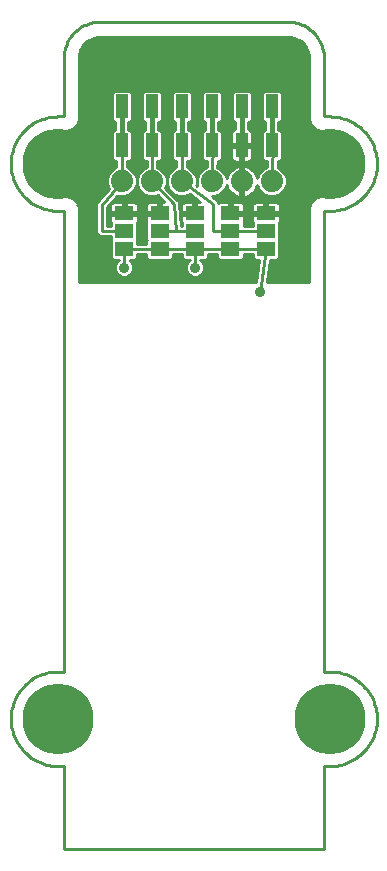
<source format=gtl>
G75*
%MOIN*%
%OFA0B0*%
%FSLAX24Y24*%
%IPPOS*%
%LPD*%
%AMOC8*
5,1,8,0,0,1.08239X$1,22.5*
%
%ADD10C,0.0100*%
%ADD11R,0.0630X0.0460*%
%ADD12C,0.0740*%
%ADD13C,0.0160*%
%ADD14R,0.0394X0.0787*%
%ADD15C,0.2362*%
%ADD16C,0.0357*%
D10*
X002315Y003693D02*
X002512Y003693D01*
X002512Y000937D01*
X011174Y000937D01*
X011174Y003693D01*
X011370Y003693D01*
X011449Y003695D01*
X011527Y003701D01*
X011605Y003711D01*
X011682Y003724D01*
X011759Y003742D01*
X011834Y003763D01*
X011909Y003788D01*
X011982Y003817D01*
X012053Y003849D01*
X012123Y003885D01*
X012191Y003924D01*
X012257Y003967D01*
X012321Y004013D01*
X012382Y004061D01*
X012441Y004113D01*
X012497Y004168D01*
X012551Y004226D01*
X012601Y004286D01*
X012649Y004349D01*
X012693Y004413D01*
X012734Y004481D01*
X012772Y004549D01*
X012806Y004620D01*
X012836Y004693D01*
X012863Y004766D01*
X012886Y004841D01*
X012906Y004918D01*
X012921Y004995D01*
X012933Y005072D01*
X012941Y005150D01*
X012945Y005229D01*
X012945Y005307D01*
X012941Y005386D01*
X012933Y005464D01*
X012921Y005541D01*
X012906Y005618D01*
X012886Y005695D01*
X012863Y005770D01*
X012836Y005843D01*
X012806Y005916D01*
X012772Y005987D01*
X012734Y006056D01*
X012693Y006123D01*
X012649Y006187D01*
X012601Y006250D01*
X012551Y006310D01*
X012497Y006368D01*
X012441Y006423D01*
X012382Y006475D01*
X012321Y006523D01*
X012257Y006569D01*
X012191Y006612D01*
X012123Y006651D01*
X012053Y006687D01*
X011982Y006719D01*
X011909Y006748D01*
X011834Y006773D01*
X011759Y006794D01*
X011682Y006812D01*
X011605Y006825D01*
X011527Y006835D01*
X011449Y006841D01*
X011370Y006843D01*
X011174Y006843D01*
X011174Y022197D01*
X011370Y022197D01*
X011370Y022697D02*
X011074Y022697D01*
X010890Y022621D01*
X010750Y022480D01*
X010674Y022297D01*
X010674Y019835D01*
X009277Y019835D01*
X009377Y020568D01*
X009613Y020568D01*
X009689Y020644D01*
X009689Y021212D01*
X009673Y021228D01*
X009689Y021244D01*
X009689Y021812D01*
X009685Y021816D01*
X009699Y021840D01*
X009709Y021878D01*
X009709Y022078D01*
X009294Y022078D01*
X009294Y022178D01*
X009194Y022178D01*
X009194Y022078D01*
X008779Y022078D01*
X008779Y021878D01*
X008790Y021840D01*
X008804Y021816D01*
X008799Y021812D01*
X008799Y021708D01*
X008508Y021708D01*
X008508Y021812D01*
X008504Y021816D01*
X008518Y021840D01*
X008528Y021878D01*
X008528Y022078D01*
X008113Y022078D01*
X008113Y022178D01*
X008013Y022178D01*
X008013Y022508D01*
X007729Y022508D01*
X007690Y022498D01*
X007656Y022478D01*
X007653Y022475D01*
X007653Y022508D01*
X007641Y022519D01*
X007639Y022535D01*
X007590Y022571D01*
X007547Y022613D01*
X007531Y022613D01*
X007437Y022681D01*
X007541Y022681D01*
X007725Y022758D01*
X007865Y022898D01*
X007934Y023063D01*
X007934Y023060D01*
X007959Y022982D01*
X007997Y022909D01*
X008045Y022843D01*
X008103Y022785D01*
X008169Y022737D01*
X008242Y022700D01*
X008320Y022674D01*
X008391Y022663D01*
X008391Y023131D01*
X008491Y023131D01*
X008491Y022663D01*
X008563Y022674D01*
X008641Y022700D01*
X008714Y022737D01*
X008780Y022785D01*
X008838Y022843D01*
X008886Y022909D01*
X008923Y022982D01*
X008949Y023060D01*
X008949Y023063D01*
X009017Y022898D01*
X009158Y022758D01*
X009342Y022681D01*
X009541Y022681D01*
X009725Y022758D01*
X009865Y022898D01*
X009941Y023082D01*
X009941Y023281D01*
X009865Y023465D01*
X009725Y023605D01*
X009633Y023643D01*
X009639Y023859D01*
X009692Y023859D01*
X009768Y023935D01*
X009768Y024830D01*
X009692Y024906D01*
X009653Y024906D01*
X009651Y024950D01*
X009651Y025158D01*
X009692Y025158D01*
X009768Y025234D01*
X009768Y026129D01*
X009692Y026205D01*
X009191Y026205D01*
X009114Y026129D01*
X009114Y025234D01*
X009191Y025158D01*
X009231Y025158D01*
X009231Y024906D01*
X009191Y024906D01*
X009114Y024830D01*
X009114Y023935D01*
X009191Y023859D01*
X009279Y023859D01*
X009273Y023653D01*
X009158Y023605D01*
X009017Y023465D01*
X008949Y023300D01*
X008949Y023303D01*
X008923Y023381D01*
X008886Y023454D01*
X008838Y023520D01*
X008780Y023578D01*
X008714Y023626D01*
X008641Y023663D01*
X008563Y023689D01*
X008491Y023700D01*
X008491Y023232D01*
X008391Y023232D01*
X008391Y023700D01*
X008320Y023689D01*
X008242Y023663D01*
X008169Y023626D01*
X008103Y023578D01*
X008045Y023520D01*
X007997Y023454D01*
X007959Y023381D01*
X007934Y023303D01*
X007934Y023300D01*
X007865Y023465D01*
X007725Y023605D01*
X007631Y023644D01*
X007635Y023859D01*
X007692Y023859D01*
X007768Y023935D01*
X007768Y024830D01*
X007692Y024906D01*
X007651Y024906D01*
X007651Y025158D01*
X007692Y025158D01*
X007768Y025234D01*
X007768Y026129D01*
X007692Y026205D01*
X007191Y026205D01*
X007114Y026129D01*
X007114Y025234D01*
X007191Y025158D01*
X007231Y025158D01*
X007231Y024906D01*
X007191Y024906D01*
X007114Y024830D01*
X007114Y023935D01*
X007191Y023859D01*
X007275Y023859D01*
X007271Y023652D01*
X007158Y023605D01*
X007017Y023465D01*
X006941Y023281D01*
X006865Y023465D01*
X006725Y023605D01*
X006621Y023648D01*
X006621Y023859D01*
X006692Y023859D01*
X006768Y023935D01*
X006768Y024830D01*
X006692Y024906D01*
X006651Y024906D01*
X006651Y025158D01*
X006692Y025158D01*
X006768Y025234D01*
X006768Y026129D01*
X006692Y026205D01*
X006191Y026205D01*
X006114Y026129D01*
X006114Y025234D01*
X006191Y025158D01*
X006231Y025158D01*
X006231Y024906D01*
X006191Y024906D01*
X006114Y024830D01*
X006114Y023935D01*
X006191Y023859D01*
X006261Y023859D01*
X006261Y023648D01*
X006158Y023605D01*
X006017Y023465D01*
X005941Y023281D01*
X005865Y023465D01*
X005725Y023605D01*
X005628Y023645D01*
X005632Y023859D01*
X005692Y023859D01*
X005768Y023935D01*
X005768Y024830D01*
X005692Y024906D01*
X005651Y024906D01*
X005651Y025158D01*
X005692Y025158D01*
X005768Y025234D01*
X005768Y026129D01*
X005692Y026205D01*
X005191Y026205D01*
X005114Y026129D01*
X005114Y025234D01*
X005191Y025158D01*
X005231Y025158D01*
X005231Y024906D01*
X005191Y024906D01*
X005114Y024830D01*
X005114Y023935D01*
X005191Y023859D01*
X005271Y023859D01*
X005268Y023651D01*
X005158Y023605D01*
X005017Y023465D01*
X004941Y023281D01*
X004865Y023465D01*
X004725Y023605D01*
X004621Y023648D01*
X004621Y023859D01*
X004692Y023859D01*
X004768Y023935D01*
X004768Y024830D01*
X004692Y024906D01*
X004651Y024906D01*
X004651Y025158D01*
X004692Y025158D01*
X004768Y025234D01*
X004768Y026129D01*
X004692Y026205D01*
X004191Y026205D01*
X004114Y026129D01*
X004114Y025234D01*
X004191Y025158D01*
X004231Y025158D01*
X004231Y024906D01*
X004191Y024906D01*
X004114Y024830D01*
X004114Y023935D01*
X004191Y023859D01*
X004261Y023859D01*
X004261Y023648D01*
X004158Y023605D01*
X004017Y023465D01*
X003941Y023281D01*
X003941Y023082D01*
X004000Y022940D01*
X003640Y022516D01*
X003592Y022469D01*
X003592Y022460D01*
X003587Y022454D01*
X003592Y022387D01*
X003592Y021453D01*
X003697Y021348D01*
X004075Y021348D01*
X004075Y021244D01*
X004091Y021228D01*
X004075Y021212D01*
X004075Y020644D01*
X004151Y020568D01*
X004340Y020568D01*
X004340Y020564D01*
X004259Y020482D01*
X004212Y020369D01*
X004212Y020246D01*
X004259Y020133D01*
X004345Y020046D01*
X004459Y019999D01*
X004581Y019999D01*
X004695Y020046D01*
X004782Y020133D01*
X004829Y020246D01*
X004829Y020369D01*
X004782Y020482D01*
X004700Y020564D01*
X004700Y020568D01*
X004889Y020568D01*
X004965Y020644D01*
X004965Y020748D01*
X005256Y020748D01*
X005256Y020644D01*
X005332Y020568D01*
X006070Y020568D01*
X006146Y020644D01*
X006146Y020748D01*
X006437Y020748D01*
X006437Y020644D01*
X006513Y020568D01*
X006702Y020568D01*
X006702Y020564D01*
X006621Y020482D01*
X006574Y020369D01*
X006574Y020246D01*
X006621Y020133D01*
X006708Y020046D01*
X006821Y019999D01*
X006944Y019999D01*
X007057Y020046D01*
X007144Y020133D01*
X007191Y020246D01*
X007191Y020369D01*
X007144Y020482D01*
X007062Y020564D01*
X007062Y020568D01*
X007251Y020568D01*
X007327Y020644D01*
X007327Y020748D01*
X007618Y020748D01*
X007618Y020644D01*
X007695Y020568D01*
X008432Y020568D01*
X008508Y020644D01*
X008508Y020748D01*
X008799Y020748D01*
X008799Y020644D01*
X008876Y020568D01*
X009014Y020568D01*
X008914Y019835D01*
X003012Y019835D01*
X003012Y022297D01*
X002936Y022480D01*
X002795Y022621D01*
X002612Y022697D01*
X002315Y022697D01*
X002175Y022706D01*
X001904Y022779D01*
X001661Y022919D01*
X001463Y023118D01*
X001322Y023361D01*
X001250Y023632D01*
X001250Y023912D01*
X001322Y024183D01*
X001463Y024426D01*
X001661Y024625D01*
X001904Y024765D01*
X002175Y024838D01*
X002315Y024847D01*
X002612Y024847D01*
X002795Y024923D01*
X002936Y025064D01*
X003012Y025247D01*
X003012Y027315D01*
X003018Y027404D01*
X003064Y027576D01*
X003153Y027730D01*
X003279Y027856D01*
X003433Y027945D01*
X003604Y027991D01*
X003693Y027996D01*
X009993Y027996D01*
X010081Y027991D01*
X010253Y027945D01*
X010407Y027856D01*
X010533Y027730D01*
X010622Y027576D01*
X010668Y027404D01*
X010674Y027315D01*
X010674Y025247D01*
X010750Y025064D01*
X010890Y024923D01*
X011074Y024847D01*
X011370Y024847D01*
X011511Y024838D01*
X011782Y024765D01*
X012025Y024625D01*
X012223Y024426D01*
X012363Y024183D01*
X012436Y023912D01*
X012436Y023632D01*
X012363Y023361D01*
X012223Y023118D01*
X012025Y022919D01*
X011782Y022779D01*
X011511Y022706D01*
X011370Y022697D01*
X011503Y022706D02*
X009600Y022706D01*
X009771Y022804D02*
X011826Y022804D01*
X011996Y022903D02*
X009867Y022903D01*
X009908Y023001D02*
X012107Y023001D01*
X012205Y023100D02*
X009941Y023100D01*
X009941Y023198D02*
X012270Y023198D01*
X012327Y023297D02*
X009935Y023297D01*
X009894Y023395D02*
X012373Y023395D01*
X012399Y023494D02*
X009836Y023494D01*
X009737Y023592D02*
X012426Y023592D01*
X012436Y023691D02*
X009634Y023691D01*
X009637Y023789D02*
X012436Y023789D01*
X012436Y023888D02*
X009721Y023888D01*
X009768Y023986D02*
X012416Y023986D01*
X012390Y024085D02*
X009768Y024085D01*
X009768Y024183D02*
X012363Y024183D01*
X012307Y024282D02*
X009768Y024282D01*
X009768Y024380D02*
X012250Y024380D01*
X012171Y024479D02*
X009768Y024479D01*
X009768Y024577D02*
X012072Y024577D01*
X011936Y024676D02*
X009768Y024676D01*
X009768Y024774D02*
X011747Y024774D01*
X011370Y025347D02*
X011174Y025347D01*
X011174Y027315D01*
X010672Y027335D02*
X003014Y027335D01*
X003012Y027237D02*
X010674Y027237D01*
X010674Y027138D02*
X003012Y027138D01*
X003012Y027040D02*
X010674Y027040D01*
X010674Y026941D02*
X003012Y026941D01*
X003012Y026843D02*
X010674Y026843D01*
X010674Y026744D02*
X003012Y026744D01*
X003012Y026646D02*
X010674Y026646D01*
X010674Y026547D02*
X003012Y026547D01*
X003012Y026449D02*
X010674Y026449D01*
X010674Y026350D02*
X003012Y026350D01*
X003012Y026252D02*
X010674Y026252D01*
X010674Y026153D02*
X009744Y026153D01*
X009768Y026055D02*
X010674Y026055D01*
X010674Y025956D02*
X009768Y025956D01*
X009768Y025858D02*
X010674Y025858D01*
X010674Y025759D02*
X009768Y025759D01*
X009768Y025661D02*
X010674Y025661D01*
X010674Y025562D02*
X009768Y025562D01*
X009768Y025464D02*
X010674Y025464D01*
X010674Y025365D02*
X009768Y025365D01*
X009768Y025267D02*
X010674Y025267D01*
X010706Y025168D02*
X009703Y025168D01*
X009651Y025070D02*
X010747Y025070D01*
X010842Y024971D02*
X009651Y024971D01*
X009725Y024873D02*
X011011Y024873D01*
X011370Y025347D02*
X011449Y025345D01*
X011527Y025339D01*
X011605Y025329D01*
X011682Y025316D01*
X011759Y025298D01*
X011834Y025277D01*
X011909Y025252D01*
X011982Y025223D01*
X012053Y025191D01*
X012123Y025155D01*
X012191Y025116D01*
X012257Y025073D01*
X012321Y025027D01*
X012382Y024979D01*
X012441Y024927D01*
X012497Y024872D01*
X012551Y024814D01*
X012601Y024754D01*
X012649Y024691D01*
X012693Y024627D01*
X012734Y024560D01*
X012772Y024491D01*
X012806Y024420D01*
X012836Y024347D01*
X012863Y024274D01*
X012886Y024199D01*
X012906Y024122D01*
X012921Y024045D01*
X012933Y023968D01*
X012941Y023890D01*
X012945Y023811D01*
X012945Y023733D01*
X012941Y023654D01*
X012933Y023576D01*
X012921Y023499D01*
X012906Y023422D01*
X012886Y023345D01*
X012863Y023270D01*
X012836Y023197D01*
X012806Y023124D01*
X012772Y023053D01*
X012734Y022985D01*
X012693Y022917D01*
X012649Y022853D01*
X012601Y022790D01*
X012551Y022730D01*
X012497Y022672D01*
X012441Y022617D01*
X012382Y022565D01*
X012321Y022517D01*
X012257Y022471D01*
X012191Y022428D01*
X012123Y022389D01*
X012053Y022353D01*
X011982Y022321D01*
X011909Y022292D01*
X011834Y022267D01*
X011759Y022246D01*
X011682Y022228D01*
X011605Y022215D01*
X011527Y022205D01*
X011449Y022199D01*
X011370Y022197D01*
X010877Y022607D02*
X007553Y022607D01*
X007600Y022706D02*
X008229Y022706D01*
X008391Y022706D02*
X008491Y022706D01*
X008491Y022804D02*
X008391Y022804D01*
X008391Y022903D02*
X008491Y022903D01*
X008491Y023001D02*
X008391Y023001D01*
X008391Y023100D02*
X008491Y023100D01*
X008491Y023297D02*
X008391Y023297D01*
X008391Y023395D02*
X008491Y023395D01*
X008491Y023494D02*
X008391Y023494D01*
X008391Y023592D02*
X008491Y023592D01*
X008491Y023691D02*
X008391Y023691D01*
X008334Y023691D02*
X007632Y023691D01*
X007634Y023789D02*
X009277Y023789D01*
X009274Y023691D02*
X008549Y023691D01*
X008490Y023839D02*
X008658Y023839D01*
X008696Y023849D01*
X008730Y023869D01*
X008758Y023896D01*
X008778Y023931D01*
X008788Y023969D01*
X008788Y024334D01*
X008540Y024334D01*
X008637Y024431D01*
X008788Y024431D01*
X008788Y024796D01*
X008778Y024834D01*
X008758Y024868D01*
X008730Y024896D01*
X008696Y024916D01*
X008658Y024926D01*
X008651Y024926D01*
X008651Y025158D01*
X008692Y025158D01*
X008768Y025234D01*
X008768Y026129D01*
X008692Y026205D01*
X008191Y026205D01*
X008114Y026129D01*
X008114Y025234D01*
X008191Y025158D01*
X008231Y025158D01*
X008231Y024926D01*
X008225Y024926D01*
X008187Y024916D01*
X008152Y024896D01*
X008124Y024868D01*
X008105Y024834D01*
X008094Y024796D01*
X008094Y024431D01*
X008246Y024431D01*
X008342Y024334D01*
X008094Y024334D01*
X008094Y023969D01*
X008105Y023931D01*
X008124Y023896D01*
X008152Y023869D01*
X008187Y023849D01*
X008225Y023839D01*
X008393Y023839D01*
X008393Y024322D01*
X008490Y024322D01*
X008490Y023839D01*
X008490Y023888D02*
X008393Y023888D01*
X008393Y023986D02*
X008490Y023986D01*
X008490Y024085D02*
X008393Y024085D01*
X008393Y024183D02*
X008490Y024183D01*
X008490Y024282D02*
X008393Y024282D01*
X008296Y024380D02*
X007768Y024380D01*
X007768Y024282D02*
X008094Y024282D01*
X008094Y024183D02*
X007768Y024183D01*
X007768Y024085D02*
X008094Y024085D01*
X008094Y023986D02*
X007768Y023986D01*
X007721Y023888D02*
X008133Y023888D01*
X008122Y023592D02*
X007737Y023592D01*
X007836Y023494D02*
X008026Y023494D01*
X007967Y023395D02*
X007894Y023395D01*
X007908Y023001D02*
X007953Y023001D01*
X008001Y022903D02*
X007867Y022903D01*
X007771Y022804D02*
X008083Y022804D01*
X008113Y022508D02*
X008113Y022178D01*
X008528Y022178D01*
X008528Y022378D01*
X008518Y022416D01*
X008498Y022450D01*
X008470Y022478D01*
X008436Y022498D01*
X008398Y022508D01*
X008113Y022508D01*
X008113Y022410D02*
X008013Y022410D01*
X008013Y022312D02*
X008113Y022312D01*
X008113Y022213D02*
X008013Y022213D01*
X008113Y022115D02*
X009194Y022115D01*
X009194Y022178D02*
X008779Y022178D01*
X008779Y022378D01*
X008790Y022416D01*
X008809Y022450D01*
X008837Y022478D01*
X008872Y022498D01*
X008910Y022508D01*
X009194Y022508D01*
X009194Y022178D01*
X009194Y022213D02*
X009294Y022213D01*
X009294Y022178D02*
X009294Y022508D01*
X009579Y022508D01*
X009617Y022498D01*
X009652Y022478D01*
X009680Y022450D01*
X009699Y022416D01*
X009709Y022378D01*
X009709Y022178D01*
X009294Y022178D01*
X009294Y022115D02*
X010674Y022115D01*
X010674Y022213D02*
X009709Y022213D01*
X009709Y022312D02*
X010680Y022312D01*
X010721Y022410D02*
X009701Y022410D01*
X009709Y022016D02*
X010674Y022016D01*
X010674Y021918D02*
X009709Y021918D01*
X009687Y021819D02*
X010674Y021819D01*
X010674Y021721D02*
X009689Y021721D01*
X009689Y021622D02*
X010674Y021622D01*
X010674Y021524D02*
X009689Y021524D01*
X009689Y021425D02*
X010674Y021425D01*
X010674Y021327D02*
X009689Y021327D01*
X009674Y021228D02*
X010674Y021228D01*
X010674Y021130D02*
X009689Y021130D01*
X009689Y021031D02*
X010674Y021031D01*
X010674Y020933D02*
X009689Y020933D01*
X009689Y020834D02*
X010674Y020834D01*
X010674Y020736D02*
X009689Y020736D01*
X009683Y020637D02*
X010674Y020637D01*
X010674Y020539D02*
X009373Y020539D01*
X009360Y020440D02*
X010674Y020440D01*
X010674Y020342D02*
X009346Y020342D01*
X009333Y020243D02*
X010674Y020243D01*
X010674Y020145D02*
X009320Y020145D01*
X009306Y020046D02*
X010674Y020046D01*
X010674Y019948D02*
X009293Y019948D01*
X009279Y019849D02*
X010674Y019849D01*
X010778Y022509D02*
X007652Y022509D01*
X007473Y022433D02*
X006441Y023181D01*
X006441Y024382D01*
X006114Y024380D02*
X005768Y024380D01*
X005768Y024282D02*
X006114Y024282D01*
X006114Y024183D02*
X005768Y024183D01*
X005768Y024085D02*
X006114Y024085D01*
X006114Y023986D02*
X005768Y023986D01*
X005721Y023888D02*
X006161Y023888D01*
X006261Y023789D02*
X005630Y023789D01*
X005629Y023691D02*
X006261Y023691D01*
X006145Y023592D02*
X005737Y023592D01*
X005836Y023494D02*
X006047Y023494D01*
X005989Y023395D02*
X005894Y023395D01*
X005935Y023297D02*
X005948Y023297D01*
X005941Y023281D02*
X005941Y023082D01*
X005941Y023281D01*
X005941Y023198D02*
X005941Y023198D01*
X005941Y023100D02*
X005941Y023100D01*
X005941Y023082D02*
X006017Y022898D01*
X006158Y022758D01*
X006342Y022681D01*
X006541Y022681D01*
X006721Y022756D01*
X007064Y022508D01*
X006932Y022508D01*
X006932Y022178D01*
X006832Y022178D01*
X006832Y022078D01*
X006417Y022078D01*
X006417Y021878D01*
X006428Y021840D01*
X006441Y021816D01*
X006437Y021812D01*
X006437Y021708D01*
X006417Y021708D01*
X006354Y022440D01*
X006354Y022506D01*
X006347Y022513D01*
X006346Y022523D01*
X006296Y022566D01*
X005897Y022974D01*
X005941Y023082D01*
X005908Y023001D02*
X005975Y023001D01*
X005966Y022903D02*
X006016Y022903D01*
X006062Y022804D02*
X006111Y022804D01*
X006159Y022706D02*
X006283Y022706D01*
X006255Y022607D02*
X006926Y022607D01*
X006832Y022508D02*
X006832Y022178D01*
X006417Y022178D01*
X006417Y022378D01*
X006428Y022416D01*
X006447Y022450D01*
X006475Y022478D01*
X006509Y022498D01*
X006548Y022508D01*
X006832Y022508D01*
X006832Y022410D02*
X006932Y022410D01*
X006932Y022312D02*
X006832Y022312D01*
X006832Y022213D02*
X006932Y022213D01*
X006832Y022115D02*
X006382Y022115D01*
X006373Y022213D02*
X006417Y022213D01*
X006417Y022312D02*
X006365Y022312D01*
X006356Y022410D02*
X006426Y022410D01*
X006352Y022509D02*
X007062Y022509D01*
X006790Y022706D02*
X006600Y022706D01*
X006894Y023395D02*
X006989Y023395D01*
X006948Y023297D02*
X006935Y023297D01*
X006941Y023281D02*
X006941Y023082D01*
X006928Y023051D01*
X006965Y023024D01*
X006941Y023082D01*
X006941Y023281D01*
X006941Y023198D02*
X006941Y023198D01*
X006941Y023100D02*
X006941Y023100D01*
X006836Y023494D02*
X007047Y023494D01*
X007145Y023592D02*
X006737Y023592D01*
X006621Y023691D02*
X007271Y023691D01*
X007273Y023789D02*
X006621Y023789D01*
X006721Y023888D02*
X007161Y023888D01*
X007114Y023986D02*
X006768Y023986D01*
X006768Y024085D02*
X007114Y024085D01*
X007114Y024183D02*
X006768Y024183D01*
X006768Y024282D02*
X007114Y024282D01*
X007114Y024380D02*
X006768Y024380D01*
X006768Y024479D02*
X007114Y024479D01*
X007114Y024577D02*
X006768Y024577D01*
X006768Y024676D02*
X007114Y024676D01*
X007114Y024774D02*
X006768Y024774D01*
X006725Y024873D02*
X007158Y024873D01*
X007231Y024971D02*
X006651Y024971D01*
X006651Y025070D02*
X007231Y025070D01*
X007180Y025168D02*
X006703Y025168D01*
X006768Y025267D02*
X007114Y025267D01*
X007114Y025365D02*
X006768Y025365D01*
X006768Y025464D02*
X007114Y025464D01*
X007114Y025562D02*
X006768Y025562D01*
X006768Y025661D02*
X007114Y025661D01*
X007114Y025759D02*
X006768Y025759D01*
X006768Y025858D02*
X007114Y025858D01*
X007114Y025956D02*
X006768Y025956D01*
X006768Y026055D02*
X007114Y026055D01*
X007139Y026153D02*
X006744Y026153D01*
X006231Y025070D02*
X005651Y025070D01*
X005651Y024971D02*
X006231Y024971D01*
X006158Y024873D02*
X005725Y024873D01*
X005768Y024774D02*
X006114Y024774D01*
X006114Y024676D02*
X005768Y024676D01*
X005768Y024577D02*
X006114Y024577D01*
X006114Y024479D02*
X005768Y024479D01*
X005465Y024756D02*
X005441Y023181D01*
X006174Y022433D01*
X006252Y021528D01*
X005701Y021528D01*
X005651Y022078D02*
X005236Y022078D01*
X005236Y021878D01*
X005246Y021840D01*
X005260Y021816D01*
X005256Y021812D01*
X005256Y021244D01*
X005272Y021228D01*
X005256Y021212D01*
X005256Y021108D01*
X004965Y021108D01*
X004965Y021212D01*
X004949Y021228D01*
X004965Y021244D01*
X004965Y021812D01*
X004961Y021816D01*
X004975Y021840D01*
X004985Y021878D01*
X004985Y022078D01*
X004570Y022078D01*
X004570Y022178D01*
X004470Y022178D01*
X004470Y022078D01*
X004055Y022078D01*
X004055Y021878D01*
X004065Y021840D01*
X004079Y021816D01*
X004075Y021812D01*
X004075Y021708D01*
X003952Y021708D01*
X003952Y022328D01*
X004276Y022709D01*
X004342Y022681D01*
X004541Y022681D01*
X004725Y022758D01*
X004865Y022898D01*
X004941Y023082D01*
X004941Y023281D01*
X004941Y023082D01*
X005017Y022898D01*
X005158Y022758D01*
X005342Y022681D01*
X005541Y022681D01*
X005639Y022722D01*
X005849Y022508D01*
X005751Y022508D01*
X005751Y022178D01*
X005651Y022178D01*
X005651Y022078D01*
X005651Y022115D02*
X004570Y022115D01*
X004570Y022178D02*
X004985Y022178D01*
X004985Y022378D01*
X004975Y022416D01*
X004955Y022450D01*
X004927Y022478D01*
X004893Y022498D01*
X004855Y022508D01*
X004570Y022508D01*
X004570Y022178D01*
X004570Y022213D02*
X004470Y022213D01*
X004470Y022178D02*
X004470Y022508D01*
X004185Y022508D01*
X004147Y022498D01*
X004113Y022478D01*
X004085Y022450D01*
X004065Y022416D01*
X004055Y022378D01*
X004055Y022178D01*
X004470Y022178D01*
X004470Y022115D02*
X003952Y022115D01*
X003952Y022213D02*
X004055Y022213D01*
X004055Y022312D02*
X003952Y022312D01*
X004022Y022410D02*
X004064Y022410D01*
X004106Y022509D02*
X005848Y022509D01*
X005751Y022607D02*
X004190Y022607D01*
X004273Y022706D02*
X004283Y022706D01*
X004470Y022410D02*
X004570Y022410D01*
X004570Y022312D02*
X004470Y022312D01*
X004600Y022706D02*
X005283Y022706D01*
X005111Y022804D02*
X004771Y022804D01*
X004867Y022903D02*
X005016Y022903D01*
X004975Y023001D02*
X004908Y023001D01*
X004941Y023100D02*
X004941Y023100D01*
X004941Y023198D02*
X004941Y023198D01*
X004935Y023297D02*
X004948Y023297D01*
X004989Y023395D02*
X004894Y023395D01*
X004836Y023494D02*
X005047Y023494D01*
X005145Y023592D02*
X004737Y023592D01*
X004621Y023691D02*
X005269Y023691D01*
X005270Y023789D02*
X004621Y023789D01*
X004721Y023888D02*
X005161Y023888D01*
X005114Y023986D02*
X004768Y023986D01*
X004768Y024085D02*
X005114Y024085D01*
X005114Y024183D02*
X004768Y024183D01*
X004768Y024282D02*
X005114Y024282D01*
X005114Y024380D02*
X004768Y024380D01*
X004768Y024479D02*
X005114Y024479D01*
X005114Y024577D02*
X004768Y024577D01*
X004768Y024676D02*
X005114Y024676D01*
X005114Y024774D02*
X004768Y024774D01*
X004725Y024873D02*
X005158Y024873D01*
X005231Y024971D02*
X004651Y024971D01*
X004651Y025070D02*
X005231Y025070D01*
X005180Y025168D02*
X004703Y025168D01*
X004768Y025267D02*
X005114Y025267D01*
X005114Y025365D02*
X004768Y025365D01*
X004768Y025464D02*
X005114Y025464D01*
X005114Y025562D02*
X004768Y025562D01*
X004768Y025661D02*
X005114Y025661D01*
X005114Y025759D02*
X004768Y025759D01*
X004768Y025858D02*
X005114Y025858D01*
X005114Y025956D02*
X004768Y025956D01*
X004768Y026055D02*
X005114Y026055D01*
X005139Y026153D02*
X004744Y026153D01*
X004231Y025070D02*
X002939Y025070D01*
X002980Y025168D02*
X004180Y025168D01*
X004114Y025267D02*
X003012Y025267D01*
X003012Y025365D02*
X004114Y025365D01*
X004114Y025464D02*
X003012Y025464D01*
X003012Y025562D02*
X004114Y025562D01*
X004114Y025661D02*
X003012Y025661D01*
X003012Y025759D02*
X004114Y025759D01*
X004114Y025858D02*
X003012Y025858D01*
X003012Y025956D02*
X004114Y025956D01*
X004114Y026055D02*
X003012Y026055D01*
X003012Y026153D02*
X004139Y026153D01*
X004231Y024971D02*
X002844Y024971D01*
X002675Y024873D02*
X004158Y024873D01*
X004114Y024774D02*
X001939Y024774D01*
X001750Y024676D02*
X004114Y024676D01*
X004114Y024577D02*
X001614Y024577D01*
X001515Y024479D02*
X004114Y024479D01*
X004114Y024380D02*
X001436Y024380D01*
X001379Y024282D02*
X004114Y024282D01*
X004114Y024183D02*
X001322Y024183D01*
X001296Y024085D02*
X004114Y024085D01*
X004114Y023986D02*
X001270Y023986D01*
X001250Y023888D02*
X004161Y023888D01*
X004261Y023789D02*
X001250Y023789D01*
X001250Y023691D02*
X004261Y023691D01*
X004145Y023592D02*
X001260Y023592D01*
X001287Y023494D02*
X004047Y023494D01*
X003989Y023395D02*
X001313Y023395D01*
X001359Y023297D02*
X003948Y023297D01*
X003941Y023198D02*
X001416Y023198D01*
X001480Y023100D02*
X003941Y023100D01*
X003975Y023001D02*
X001579Y023001D01*
X001689Y022903D02*
X003968Y022903D01*
X003885Y022804D02*
X001860Y022804D01*
X002182Y022706D02*
X003801Y022706D01*
X003717Y022607D02*
X002809Y022607D01*
X002908Y022509D02*
X003632Y022509D01*
X003590Y022410D02*
X002965Y022410D01*
X003006Y022312D02*
X003592Y022312D01*
X003592Y022213D02*
X003012Y022213D01*
X003012Y022115D02*
X003592Y022115D01*
X003592Y022016D02*
X003012Y022016D01*
X003012Y021918D02*
X003592Y021918D01*
X003592Y021819D02*
X003012Y021819D01*
X003012Y021721D02*
X003592Y021721D01*
X003592Y021622D02*
X003012Y021622D01*
X003012Y021524D02*
X003592Y021524D01*
X003620Y021425D02*
X003012Y021425D01*
X003012Y021327D02*
X004075Y021327D01*
X004091Y021228D02*
X003012Y021228D01*
X003012Y021130D02*
X004075Y021130D01*
X004075Y021031D02*
X003012Y021031D01*
X003012Y020933D02*
X004075Y020933D01*
X004075Y020834D02*
X003012Y020834D01*
X003012Y020736D02*
X004075Y020736D01*
X004082Y020637D02*
X003012Y020637D01*
X003012Y020539D02*
X004315Y020539D01*
X004241Y020440D02*
X003012Y020440D01*
X003012Y020342D02*
X004212Y020342D01*
X004213Y020243D02*
X003012Y020243D01*
X003012Y020145D02*
X004254Y020145D01*
X004345Y020046D02*
X003012Y020046D01*
X003012Y019948D02*
X008930Y019948D01*
X008943Y020046D02*
X007057Y020046D01*
X007149Y020145D02*
X008956Y020145D01*
X008970Y020243D02*
X007190Y020243D01*
X007191Y020342D02*
X008983Y020342D01*
X008997Y020440D02*
X007161Y020440D01*
X007087Y020539D02*
X009010Y020539D01*
X008806Y020637D02*
X008502Y020637D01*
X008508Y020736D02*
X008799Y020736D01*
X009244Y020928D02*
X009048Y019481D01*
X008916Y019849D02*
X003012Y019849D01*
X003772Y021528D02*
X003772Y022394D01*
X004441Y023181D01*
X004441Y024382D01*
X004976Y022410D02*
X005245Y022410D01*
X005246Y022416D02*
X005236Y022378D01*
X005236Y022178D01*
X005651Y022178D01*
X005651Y022508D01*
X005366Y022508D01*
X005328Y022498D01*
X005294Y022478D01*
X005266Y022450D01*
X005246Y022416D01*
X005236Y022312D02*
X004985Y022312D01*
X004985Y022213D02*
X005236Y022213D01*
X005236Y022016D02*
X004985Y022016D01*
X004985Y021918D02*
X005236Y021918D01*
X005258Y021819D02*
X004963Y021819D01*
X004965Y021721D02*
X005256Y021721D01*
X005256Y021622D02*
X004965Y021622D01*
X004965Y021524D02*
X005256Y021524D01*
X005256Y021425D02*
X004965Y021425D01*
X004965Y021327D02*
X005256Y021327D01*
X005272Y021228D02*
X004949Y021228D01*
X004965Y021130D02*
X005256Y021130D01*
X005256Y020736D02*
X004965Y020736D01*
X004958Y020637D02*
X005263Y020637D01*
X004799Y020440D02*
X006604Y020440D01*
X006574Y020342D02*
X004829Y020342D01*
X004827Y020243D02*
X006575Y020243D01*
X006616Y020145D02*
X004787Y020145D01*
X004695Y020046D02*
X006707Y020046D01*
X006882Y020307D02*
X006882Y020928D01*
X008063Y020928D01*
X009244Y020928D01*
X009244Y021528D02*
X008063Y021528D01*
X007473Y021528D01*
X007473Y022433D01*
X007441Y023181D02*
X007473Y024756D01*
X007441Y025681D01*
X007703Y025168D02*
X008180Y025168D01*
X008231Y025070D02*
X007651Y025070D01*
X007651Y024971D02*
X008231Y024971D01*
X008129Y024873D02*
X007725Y024873D01*
X007768Y024774D02*
X008094Y024774D01*
X008094Y024676D02*
X007768Y024676D01*
X007768Y024577D02*
X008094Y024577D01*
X008094Y024479D02*
X007768Y024479D01*
X007768Y025267D02*
X008114Y025267D01*
X008114Y025365D02*
X007768Y025365D01*
X007768Y025464D02*
X008114Y025464D01*
X008114Y025562D02*
X007768Y025562D01*
X007768Y025661D02*
X008114Y025661D01*
X008114Y025759D02*
X007768Y025759D01*
X007768Y025858D02*
X008114Y025858D01*
X008114Y025956D02*
X007768Y025956D01*
X007768Y026055D02*
X008114Y026055D01*
X008139Y026153D02*
X007744Y026153D01*
X008703Y025168D02*
X009180Y025168D01*
X009231Y025070D02*
X008651Y025070D01*
X008651Y024971D02*
X009231Y024971D01*
X009158Y024873D02*
X008753Y024873D01*
X008788Y024774D02*
X009114Y024774D01*
X009114Y024676D02*
X008788Y024676D01*
X008788Y024577D02*
X009114Y024577D01*
X009114Y024479D02*
X008788Y024479D01*
X008788Y024282D02*
X009114Y024282D01*
X009114Y024380D02*
X008587Y024380D01*
X008788Y024183D02*
X009114Y024183D01*
X009114Y024085D02*
X008788Y024085D01*
X008788Y023986D02*
X009114Y023986D01*
X009161Y023888D02*
X008750Y023888D01*
X008760Y023592D02*
X009145Y023592D01*
X009047Y023494D02*
X008857Y023494D01*
X008916Y023395D02*
X008989Y023395D01*
X008975Y023001D02*
X008930Y023001D01*
X008882Y022903D02*
X009016Y022903D01*
X009111Y022804D02*
X008800Y022804D01*
X008653Y022706D02*
X009283Y022706D01*
X009294Y022410D02*
X009194Y022410D01*
X009194Y022312D02*
X009294Y022312D01*
X009441Y023181D02*
X009481Y024717D01*
X009441Y025681D01*
X009114Y025661D02*
X008768Y025661D01*
X008768Y025759D02*
X009114Y025759D01*
X009114Y025858D02*
X008768Y025858D01*
X008768Y025956D02*
X009114Y025956D01*
X009114Y026055D02*
X008768Y026055D01*
X008744Y026153D02*
X009139Y026153D01*
X009114Y025562D02*
X008768Y025562D01*
X008768Y025464D02*
X009114Y025464D01*
X009114Y025365D02*
X008768Y025365D01*
X008768Y025267D02*
X009114Y025267D01*
X011174Y027315D02*
X011172Y027381D01*
X011167Y027447D01*
X011157Y027513D01*
X011144Y027578D01*
X011128Y027642D01*
X011108Y027705D01*
X011084Y027767D01*
X011057Y027827D01*
X011027Y027886D01*
X010993Y027943D01*
X010956Y027998D01*
X010916Y028051D01*
X010874Y028102D01*
X010828Y028150D01*
X010780Y028196D01*
X010729Y028238D01*
X010676Y028278D01*
X010621Y028315D01*
X010564Y028349D01*
X010505Y028379D01*
X010445Y028406D01*
X010383Y028430D01*
X010320Y028450D01*
X010256Y028466D01*
X010191Y028479D01*
X010125Y028489D01*
X010059Y028494D01*
X009993Y028496D01*
X003693Y028496D01*
X003401Y027926D02*
X010285Y027926D01*
X010435Y027828D02*
X003251Y027828D01*
X003153Y027729D02*
X010533Y027729D01*
X010590Y027631D02*
X003096Y027631D01*
X003052Y027532D02*
X010633Y027532D01*
X010660Y027434D02*
X003026Y027434D01*
X002512Y027315D02*
X002512Y025347D01*
X002315Y025347D01*
X002236Y025345D01*
X002158Y025339D01*
X002080Y025329D01*
X002003Y025316D01*
X001926Y025298D01*
X001851Y025277D01*
X001776Y025252D01*
X001703Y025223D01*
X001632Y025191D01*
X001562Y025155D01*
X001494Y025116D01*
X001428Y025073D01*
X001364Y025027D01*
X001303Y024979D01*
X001244Y024927D01*
X001188Y024872D01*
X001134Y024814D01*
X001084Y024754D01*
X001036Y024691D01*
X000992Y024627D01*
X000951Y024559D01*
X000913Y024491D01*
X000879Y024420D01*
X000849Y024347D01*
X000822Y024274D01*
X000799Y024199D01*
X000779Y024122D01*
X000764Y024045D01*
X000752Y023968D01*
X000744Y023890D01*
X000740Y023811D01*
X000740Y023733D01*
X000744Y023654D01*
X000752Y023576D01*
X000764Y023499D01*
X000779Y023422D01*
X000799Y023345D01*
X000822Y023270D01*
X000849Y023197D01*
X000879Y023124D01*
X000913Y023053D01*
X000951Y022984D01*
X000992Y022917D01*
X001036Y022853D01*
X001084Y022790D01*
X001134Y022730D01*
X001188Y022672D01*
X001244Y022617D01*
X001303Y022565D01*
X001364Y022517D01*
X001428Y022471D01*
X001494Y022428D01*
X001562Y022389D01*
X001632Y022353D01*
X001703Y022321D01*
X001776Y022292D01*
X001851Y022267D01*
X001926Y022246D01*
X002003Y022228D01*
X002080Y022215D01*
X002158Y022205D01*
X002236Y022199D01*
X002315Y022197D01*
X002512Y022197D01*
X002512Y006843D01*
X002315Y006843D01*
X002236Y006841D01*
X002158Y006835D01*
X002080Y006825D01*
X002003Y006812D01*
X001926Y006794D01*
X001851Y006773D01*
X001776Y006748D01*
X001703Y006719D01*
X001632Y006687D01*
X001562Y006651D01*
X001494Y006612D01*
X001428Y006569D01*
X001364Y006523D01*
X001303Y006475D01*
X001244Y006423D01*
X001188Y006368D01*
X001134Y006310D01*
X001084Y006250D01*
X001036Y006187D01*
X000992Y006123D01*
X000951Y006055D01*
X000913Y005987D01*
X000879Y005916D01*
X000849Y005843D01*
X000822Y005770D01*
X000799Y005695D01*
X000779Y005618D01*
X000764Y005541D01*
X000752Y005464D01*
X000744Y005386D01*
X000740Y005307D01*
X000740Y005229D01*
X000744Y005150D01*
X000752Y005072D01*
X000764Y004995D01*
X000779Y004918D01*
X000799Y004841D01*
X000822Y004766D01*
X000849Y004693D01*
X000879Y004620D01*
X000913Y004549D01*
X000951Y004480D01*
X000992Y004413D01*
X001036Y004349D01*
X001084Y004286D01*
X001134Y004226D01*
X001188Y004168D01*
X001244Y004113D01*
X001303Y004061D01*
X001364Y004013D01*
X001428Y003967D01*
X001494Y003924D01*
X001562Y003885D01*
X001632Y003849D01*
X001703Y003817D01*
X001776Y003788D01*
X001851Y003763D01*
X001926Y003742D01*
X002003Y003724D01*
X002080Y003711D01*
X002158Y003701D01*
X002236Y003695D01*
X002315Y003693D01*
X004520Y020307D02*
X004520Y020928D01*
X005701Y020928D01*
X006882Y020928D01*
X006678Y020539D02*
X004725Y020539D01*
X004520Y021528D02*
X003772Y021528D01*
X003952Y021721D02*
X004075Y021721D01*
X004077Y021819D02*
X003952Y021819D01*
X003952Y021918D02*
X004055Y021918D01*
X004055Y022016D02*
X003952Y022016D01*
X005465Y024756D02*
X005441Y025681D01*
X005768Y025661D02*
X006114Y025661D01*
X006114Y025759D02*
X005768Y025759D01*
X005768Y025858D02*
X006114Y025858D01*
X006114Y025956D02*
X005768Y025956D01*
X005768Y026055D02*
X006114Y026055D01*
X006139Y026153D02*
X005744Y026153D01*
X005768Y025562D02*
X006114Y025562D01*
X006114Y025464D02*
X005768Y025464D01*
X005768Y025365D02*
X006114Y025365D01*
X006114Y025267D02*
X005768Y025267D01*
X005703Y025168D02*
X006180Y025168D01*
X005655Y022706D02*
X005600Y022706D01*
X005651Y022410D02*
X005751Y022410D01*
X005751Y022312D02*
X005651Y022312D01*
X005651Y022213D02*
X005751Y022213D01*
X006252Y021528D02*
X006882Y021528D01*
X006437Y021721D02*
X006416Y021721D01*
X006408Y021819D02*
X006439Y021819D01*
X006417Y021918D02*
X006399Y021918D01*
X006391Y022016D02*
X006417Y022016D01*
X006437Y020736D02*
X006146Y020736D01*
X006140Y020637D02*
X006444Y020637D01*
X007321Y020637D02*
X007625Y020637D01*
X007618Y020736D02*
X007327Y020736D01*
X008508Y021721D02*
X008799Y021721D01*
X008802Y021819D02*
X008506Y021819D01*
X008528Y021918D02*
X008779Y021918D01*
X008779Y022016D02*
X008528Y022016D01*
X008528Y022213D02*
X008779Y022213D01*
X008779Y022312D02*
X008528Y022312D01*
X008520Y022410D02*
X008788Y022410D01*
X003693Y028496D02*
X003627Y028494D01*
X003561Y028489D01*
X003495Y028479D01*
X003430Y028466D01*
X003366Y028450D01*
X003303Y028430D01*
X003241Y028406D01*
X003181Y028379D01*
X003122Y028349D01*
X003065Y028315D01*
X003010Y028278D01*
X002957Y028238D01*
X002906Y028196D01*
X002858Y028150D01*
X002812Y028102D01*
X002770Y028051D01*
X002730Y027998D01*
X002693Y027943D01*
X002659Y027886D01*
X002629Y027827D01*
X002602Y027767D01*
X002578Y027705D01*
X002558Y027642D01*
X002542Y027578D01*
X002529Y027513D01*
X002519Y027447D01*
X002514Y027381D01*
X002512Y027315D01*
D11*
X004520Y022128D03*
X004520Y021528D03*
X004520Y020928D03*
X005701Y020928D03*
X005701Y021528D03*
X005701Y022128D03*
X006882Y022128D03*
X006882Y021528D03*
X006882Y020928D03*
X008063Y020928D03*
X008063Y021528D03*
X008063Y022128D03*
X009244Y022128D03*
X009244Y021528D03*
X009244Y020928D03*
D12*
X009441Y023181D03*
X008441Y023181D03*
X007441Y023181D03*
X006441Y023181D03*
X005441Y023181D03*
X004441Y023181D03*
D13*
X004441Y024532D02*
X004441Y025532D01*
X005441Y025532D02*
X005441Y024532D01*
X006441Y024532D02*
X006441Y025532D01*
X007441Y025532D02*
X007441Y024532D01*
X008441Y024532D02*
X008441Y025532D01*
X009441Y025532D02*
X009441Y024532D01*
D14*
X009441Y024382D03*
X009441Y025681D03*
X008441Y025681D03*
X008441Y024382D03*
X007441Y024382D03*
X007441Y025681D03*
X006441Y025681D03*
X006441Y024382D03*
X005441Y024382D03*
X005441Y025681D03*
X004441Y025681D03*
X004441Y024382D03*
D15*
X002315Y023772D03*
X002315Y005268D03*
X011370Y005268D03*
X011370Y023772D03*
D16*
X009048Y019481D03*
X006882Y020307D03*
X004520Y020307D03*
M02*

</source>
